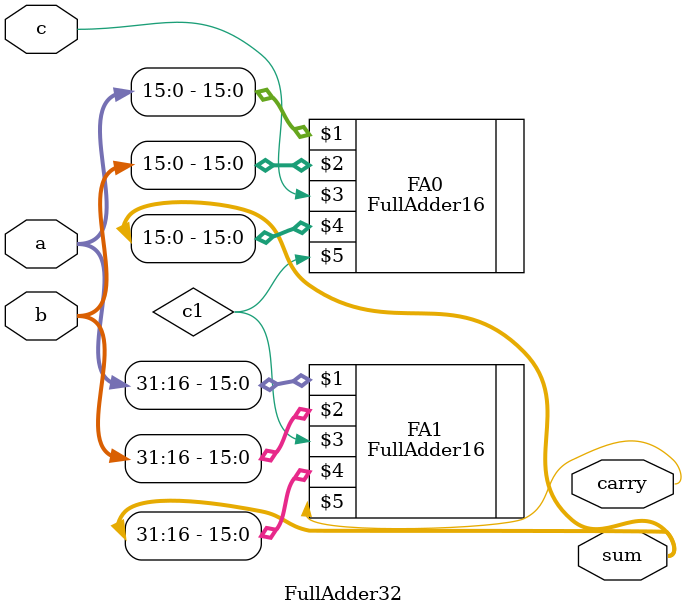
<source format=v>
module FullAdder32(a,b,c,sum,carry);
input [31:0] a,b;
input c;
output [31:0] sum;
output carry;
wire c1;

FullAdder16 FA0(a[15:0],b[15:0],c,sum[15:0],c1);
FullAdder16 FA1(a[31:16],b[31:16],c1,sum[31:16],carry);
endmodule

</source>
